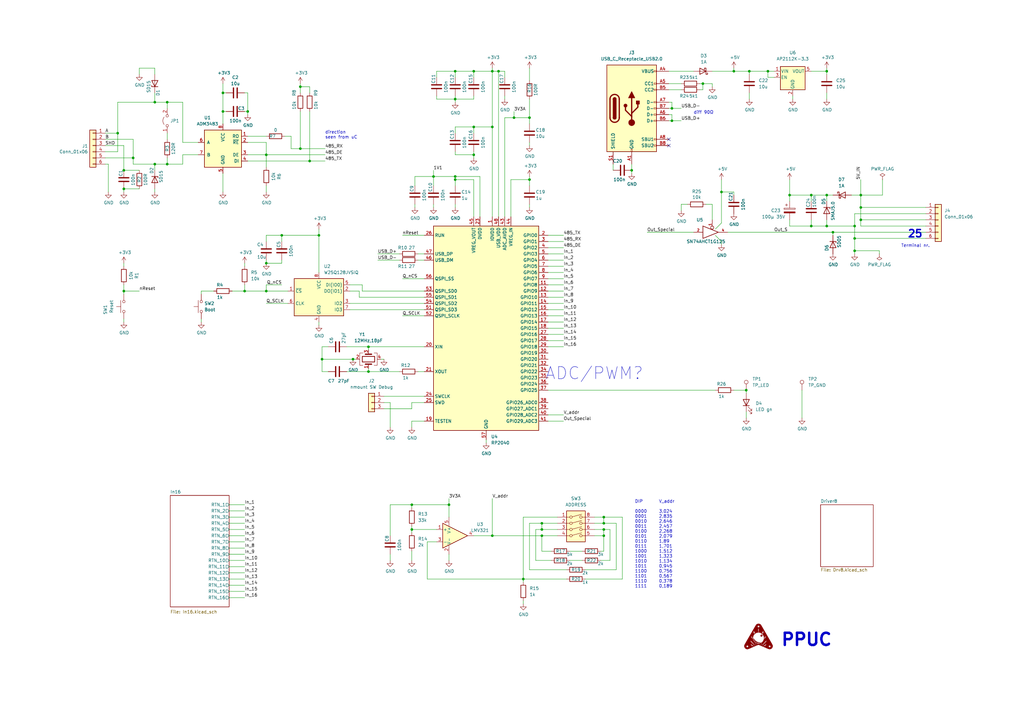
<source format=kicad_sch>
(kicad_sch (version 20211123) (generator eeschema)
  (paper "A3")
  (title_block (title "Opto_8") (date "2025-03-26") (rev "0.1.0"))
  (junction (at 247.65 219.71))
  (junction (at 184.15 207.01))
  (junction (at 201.93 52.07))
  (junction (at 186.69 72.39))
  (junction (at 210.82 48.26))
  (junction (at 130.81 96.52))
  (junction (at 306.07 160.02))
  (junction (at 194.31 29.21))
  (junction (at 115.57 96.52))
  (junction (at 204.47 29.21))
  (junction (at 109.22 119.38))
  (junction (at 341.63 95.25))
  (junction (at 177.8 72.39))
  (junction (at 275.59 49.53))
  (junction (at 168.91 217.17))
  (junction (at 323.85 80.01))
  (junction (at 350.52 92.71))
  (junction (at 50.8 119.38))
  (junction (at 214.63 237.49))
  (junction (at 247.65 217.17))
  (junction (at 100.33 119.38))
  (junction (at 48.26 54.61))
  (junction (at 123.19 60.96))
  (junction (at 132.08 147.32))
  (junction (at 109.22 63.5))
  (junction (at 63.5 41.91))
  (junction (at 50.8 69.85))
  (junction (at 222.25 219.71))
  (junction (at 194.31 63.5))
  (junction (at 54.61 64.77))
  (junction (at 339.09 92.71))
  (junction (at 353.06 85.09))
  (junction (at 186.69 29.21))
  (junction (at 247.65 212.09))
  (junction (at 275.59 44.45))
  (junction (at 186.69 40.64))
  (junction (at 123.19 35.56))
  (junction (at 201.93 219.71))
  (junction (at 144.78 147.32))
  (junction (at 332.74 80.01))
  (junction (at 194.31 52.07))
  (junction (at 222.25 214.63))
  (junction (at 350.52 97.79))
  (junction (at 217.17 48.26))
  (junction (at 332.74 92.71))
  (junction (at 168.91 207.01))
  (junction (at 314.96 29.21))
  (junction (at 109.22 107.95))
  (junction (at 91.44 38.1))
  (junction (at 217.17 73.66))
  (junction (at 307.34 29.21))
  (junction (at 127 66.04))
  (junction (at 353.06 90.17))
  (junction (at 91.44 45.72))
  (junction (at 339.09 80.01))
  (junction (at 259.08 69.85))
  (junction (at 186.69 73.66))
  (junction (at 350.52 102.87))
  (junction (at 101.6 45.72))
  (junction (at 295.91 78.74))
  (junction (at 151.13 142.24))
  (junction (at 63.5 67.31))
  (junction (at 50.8 77.47))
  (junction (at 151.13 152.4))
  (junction (at 247.65 214.63))
  (junction (at 339.09 29.21))
  (junction (at 300.99 29.21))
  (junction (at 222.25 217.17))
  (junction (at 288.29 34.29))
  (junction (at 353.06 80.01))
  (junction (at 68.58 67.31))
  (junction (at 68.58 41.91))
  (junction (at 201.93 29.21))
  (no_connect (at 274.32 59.69))
  (no_connect (at 274.32 57.15))
  (wire (pts (xy 194.31 88.9) (xy 194.31 73.66)))
  (wire (pts (xy 142.24 152.4) (xy 151.13 152.4)))
  (wire (pts (xy 54.61 64.77) (xy 54.61 67.31)))
  (wire (pts (xy 314.96 31.75) (xy 317.5 31.75)))
  (wire (pts (xy 127 35.56) (xy 127 38.1)))
  (wire (pts (xy 243.84 212.09) (xy 247.65 212.09)))
  (wire (pts (xy 217.17 83.82) (xy 217.17 85.09)))
  (wire (pts (xy 123.19 45.72) (xy 123.19 60.96)))
  (wire (pts (xy 50.8 107.95) (xy 50.8 109.22)))
  (wire (pts (xy 224.79 114.3) (xy 231.14 114.3)))
  (wire (pts (xy 186.69 62.23) (xy 186.69 63.5)))
  (wire (pts (xy 224.79 121.92) (xy 231.14 121.92)))
  (wire (pts (xy 353.06 80.01) (xy 353.06 85.09)))
  (wire (pts (xy 224.79 109.22) (xy 231.14 109.22)))
  (wire (pts (xy 63.5 77.47) (xy 63.5 78.74)))
  (wire (pts (xy 246.38 229.87) (xy 250.19 229.87)))
  (wire (pts (xy 134.62 142.24) (xy 132.08 142.24)))
  (wire (pts (xy 93.98 212.09) (xy 100.33 212.09)))
  (wire (pts (xy 93.98 224.79) (xy 100.33 224.79)))
  (wire (pts (xy 115.57 96.52) (xy 130.81 96.52)))
  (wire (pts (xy 224.79 96.52) (xy 231.14 96.52)))
  (wire (pts (xy 179.07 29.21) (xy 179.07 31.75)))
  (wire (pts (xy 246.38 226.06) (xy 247.65 226.06)))
  (wire (pts (xy 100.33 119.38) (xy 109.22 119.38)))
  (wire (pts (xy 93.98 240.03) (xy 100.33 240.03)))
  (wire (pts (xy 57.15 27.94) (xy 57.15 30.48)))
  (wire (pts (xy 123.19 35.56) (xy 123.19 38.1)))
  (wire (pts (xy 224.79 160.02) (xy 293.37 160.02)))
  (wire (pts (xy 173.99 172.72) (xy 168.91 172.72)))
  (wire (pts (xy 93.98 227.33) (xy 100.33 227.33)))
  (wire (pts (xy 274.32 29.21) (xy 284.48 29.21)))
  (wire (pts (xy 115.57 116.84) (xy 109.22 116.84)))
  (wire (pts (xy 68.58 64.77) (xy 68.58 67.31)))
  (wire (pts (xy 360.68 104.14) (xy 360.68 102.87)))
  (wire (pts (xy 82.55 119.38) (xy 87.63 119.38)))
  (wire (pts (xy 353.06 90.17) (xy 379.73 90.17)))
  (wire (pts (xy 300.99 27.94) (xy 300.99 29.21)))
  (wire (pts (xy 132.08 147.32) (xy 144.78 147.32)))
  (wire (pts (xy 224.79 142.24) (xy 231.14 142.24)))
  (wire (pts (xy 196.85 72.39) (xy 186.69 72.39)))
  (wire (pts (xy 93.98 222.25) (xy 100.33 222.25)))
  (wire (pts (xy 219.71 229.87) (xy 226.06 229.87)))
  (wire (pts (xy 306.07 168.91) (xy 306.07 171.45)))
  (wire (pts (xy 307.34 38.1) (xy 307.34 40.64)))
  (wire (pts (xy 194.31 52.07) (xy 194.31 54.61)))
  (wire (pts (xy 186.69 63.5) (xy 194.31 63.5)))
  (wire (pts (xy 228.6 217.17) (xy 222.25 217.17)))
  (wire (pts (xy 353.06 85.09) (xy 353.06 90.17)))
  (wire (pts (xy 224.79 111.76) (xy 231.14 111.76)))
  (wire (pts (xy 353.06 73.66) (xy 353.06 80.01)))
  (wire (pts (xy 274.32 36.83) (xy 279.4 36.83)))
  (wire (pts (xy 274.32 34.29) (xy 279.4 34.29)))
  (wire (pts (xy 217.17 76.2) (xy 217.17 73.66)))
  (wire (pts (xy 142.24 142.24) (xy 151.13 142.24)))
  (wire (pts (xy 323.85 73.66) (xy 323.85 80.01)))
  (wire (pts (xy 132.08 142.24) (xy 132.08 147.32)))
  (wire (pts (xy 74.93 67.31) (xy 74.93 63.5)))
  (wire (pts (xy 157.48 165.1) (xy 160.02 165.1)))
  (wire (pts (xy 109.22 63.5) (xy 133.35 63.5)))
  (wire (pts (xy 307.34 29.21) (xy 307.34 30.48)))
  (wire (pts (xy 350.52 87.63) (xy 350.52 92.71)))
  (wire (pts (xy 194.31 73.66) (xy 186.69 73.66)))
  (wire (pts (xy 93.98 234.95) (xy 100.33 234.95)))
  (wire (pts (xy 279.4 86.36) (xy 279.4 83.82)))
  (wire (pts (xy 101.6 58.42) (xy 109.22 58.42)))
  (wire (pts (xy 251.46 67.31) (xy 251.46 69.85)))
  (wire (pts (xy 341.63 96.52) (xy 341.63 95.25)))
  (wire (pts (xy 43.18 57.15) (xy 54.61 57.15)))
  (wire (pts (xy 168.91 207.01) (xy 168.91 208.28)))
  (wire (pts (xy 219.71 217.17) (xy 219.71 229.87)))
  (wire (pts (xy 274.32 49.53) (xy 275.59 49.53)))
  (wire (pts (xy 43.18 64.77) (xy 54.61 64.77)))
  (wire (pts (xy 339.09 80.01) (xy 341.63 80.01)))
  (wire (pts (xy 93.98 232.41) (xy 100.33 232.41)))
  (wire (pts (xy 295.91 78.74) (xy 295.91 91.44)))
  (wire (pts (xy 325.12 39.37) (xy 325.12 40.64)))
  (wire (pts (xy 201.93 29.21) (xy 204.47 29.21)))
  (wire (pts (xy 259.08 67.31) (xy 259.08 69.85)))
  (wire (pts (xy 339.09 38.1) (xy 339.09 40.64)))
  (wire (pts (xy 361.95 80.01) (xy 353.06 80.01)))
  (wire (pts (xy 82.55 119.38) (xy 82.55 120.65)))
  (wire (pts (xy 50.8 116.84) (xy 50.8 119.38)))
  (wire (pts (xy 224.79 139.7) (xy 231.14 139.7)))
  (wire (pts (xy 147.32 119.38) (xy 147.32 121.92)))
  (wire (pts (xy 74.93 63.5) (xy 81.28 63.5)))
  (wire (pts (xy 50.8 119.38) (xy 57.15 119.38)))
  (wire (pts (xy 201.93 29.21) (xy 201.93 52.07)))
  (wire (pts (xy 350.52 97.79) (xy 350.52 102.87)))
  (wire (pts (xy 130.81 96.52) (xy 130.81 111.76)))
  (wire (pts (xy 50.8 69.85) (xy 57.15 69.85)))
  (wire (pts (xy 177.8 72.39) (xy 177.8 76.2)))
  (wire (pts (xy 300.99 80.01) (xy 300.99 78.74)))
  (wire (pts (xy 92.71 38.1) (xy 91.44 38.1)))
  (wire (pts (xy 173.99 142.24) (xy 151.13 142.24)))
  (wire (pts (xy 157.48 167.64) (xy 168.91 167.64)))
  (wire (pts (xy 306.07 160.02) (xy 306.07 161.29)))
  (wire (pts (xy 170.18 72.39) (xy 177.8 72.39)))
  (wire (pts (xy 186.69 29.21) (xy 186.69 31.75)))
  (wire (pts (xy 252.73 214.63) (xy 247.65 214.63)))
  (wire (pts (xy 339.09 82.55) (xy 339.09 80.01)))
  (wire (pts (xy 217.17 40.64) (xy 217.17 48.26)))
  (wire (pts (xy 186.69 29.21) (xy 194.31 29.21)))
  (wire (pts (xy 93.98 209.55) (xy 100.33 209.55)))
  (wire (pts (xy 295.91 99.06) (xy 295.91 100.33)))
  (wire (pts (xy 222.25 214.63) (xy 217.17 214.63)))
  (wire (pts (xy 48.26 41.91) (xy 48.26 54.61)))
  (wire (pts (xy 154.94 104.14) (xy 163.83 104.14)))
  (wire (pts (xy 184.15 207.01) (xy 184.15 212.09)))
  (wire (pts (xy 224.79 134.62) (xy 231.14 134.62)))
  (wire (pts (xy 360.68 102.87) (xy 350.52 102.87)))
  (wire (pts (xy 48.26 41.91) (xy 63.5 41.91)))
  (wire (pts (xy 207.01 48.26) (xy 207.01 88.9)))
  (wire (pts (xy 48.26 54.61) (xy 43.18 54.61)))
  (wire (pts (xy 323.85 92.71) (xy 332.74 92.71)))
  (wire (pts (xy 353.06 90.17) (xy 353.06 92.71)))
  (wire (pts (xy 332.74 29.21) (xy 339.09 29.21)))
  (wire (pts (xy 63.5 41.91) (xy 68.58 41.91)))
  (wire (pts (xy 194.31 39.37) (xy 194.31 40.64)))
  (wire (pts (xy 157.48 162.56) (xy 173.99 162.56)))
  (wire (pts (xy 204.47 29.21) (xy 207.01 29.21)))
  (wire (pts (xy 222.25 226.06) (xy 226.06 226.06)))
  (wire (pts (xy 332.74 82.55) (xy 332.74 80.01)))
  (wire (pts (xy 68.58 41.91) (xy 74.93 41.91)))
  (wire (pts (xy 217.17 58.42) (xy 217.17 59.69)))
  (wire (pts (xy 101.6 45.72) (xy 101.6 46.99)))
  (wire (pts (xy 74.93 41.91) (xy 74.93 58.42)))
  (wire (pts (xy 233.68 229.87) (xy 238.76 229.87)))
  (wire (pts (xy 288.29 34.29) (xy 292.1 34.29)))
  (wire (pts (xy 240.03 237.49) (xy 255.27 237.49)))
  (wire (pts (xy 54.61 57.15) (xy 54.61 64.77)))
  (wire (pts (xy 275.59 41.91) (xy 275.59 44.45)))
  (wire (pts (xy 314.96 29.21) (xy 317.5 29.21)))
  (wire (pts (xy 186.69 72.39) (xy 177.8 72.39)))
  (wire (pts (xy 50.8 77.47) (xy 50.8 78.74)))
  (wire (pts (xy 293.37 93.98) (xy 295.91 91.44)))
  (wire (pts (xy 171.45 104.14) (xy 173.99 104.14)))
  (wire (pts (xy 175.26 222.25) (xy 179.07 222.25)))
  (wire (pts (xy 379.73 97.79) (xy 350.52 97.79)))
  (wire (pts (xy 339.09 92.71) (xy 332.74 92.71)))
  (wire (pts (xy 194.31 62.23) (xy 194.31 63.5)))
  (wire (pts (xy 171.45 152.4) (xy 173.99 152.4)))
  (wire (pts (xy 194.31 63.5) (xy 194.31 64.77)))
  (wire (pts (xy 101.6 63.5) (xy 109.22 63.5)))
  (wire (pts (xy 228.6 214.63) (xy 222.25 214.63)))
  (wire (pts (xy 228.6 219.71) (xy 222.25 219.71)))
  (wire (pts (xy 224.79 99.06) (xy 231.14 99.06)))
  (wire (pts (xy 207.01 48.26) (xy 210.82 48.26)))
  (wire (pts (xy 44.45 67.31) (xy 44.45 78.74)))
  (wire (pts (xy 350.52 92.71) (xy 339.09 92.71)))
  (wire (pts (xy 168.91 165.1) (xy 173.99 165.1)))
  (wire (pts (xy 287.02 34.29) (xy 288.29 34.29)))
  (wire (pts (xy 339.09 90.17) (xy 339.09 92.71)))
  (wire (pts (xy 217.17 214.63) (xy 217.17 233.68)))
  (wire (pts (xy 361.95 73.66) (xy 361.95 80.01)))
  (wire (pts (xy 68.58 67.31) (xy 74.93 67.31)))
  (wire (pts (xy 95.25 119.38) (xy 100.33 119.38)))
  (wire (pts (xy 300.99 29.21) (xy 307.34 29.21)))
  (wire (pts (xy 224.79 106.68) (xy 231.14 106.68)))
  (wire (pts (xy 217.17 48.26) (xy 217.17 50.8)))
  (wire (pts (xy 300.99 78.74) (xy 295.91 78.74)))
  (wire (pts (xy 48.26 62.23) (xy 48.26 54.61)))
  (wire (pts (xy 179.07 39.37) (xy 179.07 40.64)))
  (wire (pts (xy 154.94 106.68) (xy 163.83 106.68)))
  (wire (pts (xy 255.27 237.49) (xy 255.27 212.09)))
  (wire (pts (xy 274.32 46.99) (xy 275.59 46.99)))
  (wire (pts (xy 148.59 116.84) (xy 148.59 119.38)))
  (wire (pts (xy 91.44 38.1) (xy 91.44 45.72)))
  (wire (pts (xy 332.74 92.71) (xy 332.74 90.17)))
  (wire (pts (xy 171.45 106.68) (xy 173.99 106.68)))
  (wire (pts (xy 247.65 226.06) (xy 247.65 219.71)))
  (wire (pts (xy 288.29 34.29) (xy 288.29 36.83)))
  (wire (pts (xy 109.22 124.46) (xy 118.11 124.46)))
  (wire (pts (xy 109.22 99.06) (xy 109.22 96.52)))
  (wire (pts (xy 151.13 152.4) (xy 163.83 152.4)))
  (wire (pts (xy 168.91 215.9) (xy 168.91 217.17)))
  (wire (pts (xy 214.63 237.49) (xy 214.63 238.76)))
  (wire (pts (xy 165.1 96.52) (xy 173.99 96.52)))
  (wire (pts (xy 168.91 167.64) (xy 168.91 165.1)))
  (wire (pts (xy 63.5 30.48) (xy 63.5 27.94)))
  (wire (pts (xy 323.85 80.01) (xy 332.74 80.01)))
  (wire (pts (xy 339.09 29.21) (xy 339.09 30.48)))
  (wire (pts (xy 68.58 41.91) (xy 68.58 44.45)))
  (wire (pts (xy 186.69 52.07) (xy 186.69 54.61)))
  (wire (pts (xy 132.08 152.4) (xy 134.62 152.4)))
  (wire (pts (xy 194.31 29.21) (xy 201.93 29.21)))
  (wire (pts (xy 379.73 87.63) (xy 350.52 87.63)))
  (wire (pts (xy 233.68 226.06) (xy 238.76 226.06)))
  (wire (pts (xy 247.65 217.17) (xy 247.65 219.71)))
  (wire (pts (xy 101.6 55.88) (xy 109.22 55.88)))
  (wire (pts (xy 57.15 77.47) (xy 50.8 77.47)))
  (wire (pts (xy 165.1 114.3) (xy 173.99 114.3)))
  (wire (pts (xy 307.34 29.21) (xy 314.96 29.21)))
  (wire (pts (xy 210.82 45.72) (xy 210.82 48.26)))
  (wire (pts (xy 170.18 83.82) (xy 170.18 85.09)))
  (wire (pts (xy 199.39 180.34) (xy 199.39 181.61)))
  (wire (pts (xy 214.63 212.09) (xy 214.63 237.49)))
  (wire (pts (xy 201.93 219.71) (xy 222.25 219.71)))
  (wire (pts (xy 250.19 217.17) (xy 247.65 217.17)))
  (wire (pts (xy 224.79 104.14) (xy 231.14 104.14)))
  (wire (pts (xy 109.22 63.5) (xy 109.22 58.42)))
  (wire (pts (xy 93.98 245.11) (xy 100.33 245.11)))
  (wire (pts (xy 350.52 102.87) (xy 350.52 104.14)))
  (wire (pts (xy 43.18 67.31) (xy 44.45 67.31)))
  (wire (pts (xy 332.74 80.01) (xy 339.09 80.01)))
  (wire (pts (xy 279.4 83.82) (xy 281.94 83.82)))
  (wire (pts (xy 214.63 246.38) (xy 214.63 247.65)))
  (wire (pts (xy 292.1 34.29) (xy 292.1 35.56)))
  (wire (pts (xy 168.91 217.17) (xy 168.91 218.44)))
  (wire (pts (xy 265.43 95.25) (xy 284.48 95.25)))
  (wire (pts (xy 50.8 119.38) (xy 50.8 120.65)))
  (wire (pts (xy 259.08 69.85) (xy 259.08 71.12)))
  (wire (pts (xy 222.25 217.17) (xy 219.71 217.17)))
  (wire (pts (xy 123.19 60.96) (xy 133.35 60.96)))
  (wire (pts (xy 93.98 219.71) (xy 100.33 219.71)))
  (wire (pts (xy 50.8 59.69) (xy 50.8 69.85)))
  (wire (pts (xy 349.25 80.01) (xy 353.06 80.01)))
  (wire (pts (xy 274.32 44.45) (xy 275.59 44.45)))
  (wire (pts (xy 100.33 116.84) (xy 100.33 119.38)))
  (wire (pts (xy 116.84 55.88) (xy 119.38 55.88)))
  (wire (pts (xy 224.79 127) (xy 231.14 127)))
  (wire (pts (xy 93.98 207.01) (xy 100.33 207.01)))
  (wire (pts (xy 224.79 170.18) (xy 231.14 170.18)))
  (wire (pts (xy 292.1 29.21) (xy 300.99 29.21)))
  (wire (pts (xy 289.56 83.82) (xy 292.1 83.82)))
  (wire (pts (xy 74.93 58.42) (xy 81.28 58.42)))
  (wire (pts (xy 63.5 27.94) (xy 57.15 27.94)))
  (wire (pts (xy 228.6 212.09) (xy 214.63 212.09)))
  (wire (pts (xy 194.31 29.21) (xy 194.31 31.75)))
  (wire (pts (xy 109.22 96.52) (xy 115.57 96.52)))
  (wire (pts (xy 165.1 129.54) (xy 173.99 129.54)))
  (wire (pts (xy 194.31 52.07) (xy 201.93 52.07)))
  (wire (pts (xy 143.51 119.38) (xy 147.32 119.38)))
  (wire (pts (xy 132.08 147.32) (xy 132.08 152.4)))
  (wire (pts (xy 127 45.72) (xy 127 66.04)))
  (wire (pts (xy 323.85 82.55) (xy 323.85 80.01)))
  (wire (pts (xy 247.65 219.71) (xy 243.84 219.71)))
  (wire (pts (xy 54.61 67.31) (xy 63.5 67.31)))
  (wire (pts (xy 119.38 55.88) (xy 119.38 60.96)))
  (wire (pts (xy 240.03 233.68) (xy 252.73 233.68)))
  (wire (pts (xy 148.59 119.38) (xy 173.99 119.38)))
  (wire (pts (xy 224.79 129.54) (xy 231.14 129.54)))
  (wire (pts (xy 252.73 233.68) (xy 252.73 214.63)))
  (wire (pts (xy 275.59 44.45) (xy 279.4 44.45)))
  (wire (pts (xy 82.55 130.81) (xy 82.55 132.08)))
  (wire (pts (xy 151.13 151.13) (xy 151.13 152.4)))
  (wire (pts (xy 184.15 227.33) (xy 184.15 229.87)))
  (wire (pts (xy 93.98 229.87) (xy 100.33 229.87)))
  (wire (pts (xy 92.71 45.72) (xy 91.44 45.72)))
  (wire (pts (xy 100.33 38.1) (xy 101.6 38.1)))
  (wire (pts (xy 292.1 83.82) (xy 292.1 90.17)))
  (wire (pts (xy 186.69 40.64) (xy 186.69 41.91)))
  (wire (pts (xy 207.01 39.37) (xy 207.01 40.64)))
  (wire (pts (xy 179.07 29.21) (xy 186.69 29.21)))
  (wire (pts (xy 186.69 40.64) (xy 194.31 40.64)))
  (wire (pts (xy 207.01 31.75) (xy 207.01 29.21)))
  (wire (pts (xy 68.58 54.61) (xy 68.58 57.15)))
  (wire (pts (xy 339.09 27.94) (xy 339.09 29.21)))
  (wire (pts (xy 224.79 132.08) (xy 231.14 132.08)))
  (wire (pts (xy 287.02 36.83) (xy 288.29 36.83)))
  (wire (pts (xy 160.02 207.01) (xy 168.91 207.01)))
  (wire (pts (xy 224.79 124.46) (xy 231.14 124.46)))
  (wire (pts (xy 293.37 96.52) (xy 295.91 99.06)))
  (wire (pts (xy 214.63 237.49) (xy 232.41 237.49)))
  (wire (pts (xy 143.51 127) (xy 173.99 127)))
  (wire (pts (xy 91.44 71.12) (xy 91.44 78.74)))
  (wire (pts (xy 210.82 48.26) (xy 217.17 48.26)))
  (wire (pts (xy 168.91 172.72) (xy 168.91 175.26)))
  (wire (pts (xy 204.47 29.21) (xy 204.47 88.9)))
  (wire (pts (xy 168.91 226.06) (xy 168.91 229.87)))
  (wire (pts (xy 109.22 119.38) (xy 118.11 119.38)))
  (wire (pts (xy 209.55 88.9) (xy 209.55 73.66)))
  (wire (pts (xy 119.38 60.96) (xy 123.19 60.96)))
  (wire (pts (xy 160.02 207.01) (xy 160.02 219.71)))
  (wire (pts (xy 224.79 116.84) (xy 231.14 116.84)))
  (wire (pts (xy 91.44 45.72) (xy 91.44 50.8)))
  (wire (pts (xy 186.69 72.39) (xy 186.69 73.66)))
  (wire (pts (xy 177.8 69.85) (xy 177.8 72.39)))
  (wire (pts (xy 201.93 27.94) (xy 201.93 29.21)))
  (wire (pts (xy 91.44 34.29) (xy 91.44 38.1)))
  (wire (pts (xy 170.18 76.2) (xy 170.18 72.39)))
  (wire (pts (xy 341.63 95.25) (xy 379.73 95.25)))
  (wire (pts (xy 247.65 214.63) (xy 243.84 214.63)))
  (wire (pts (xy 115.57 106.68) (xy 115.57 107.95)))
  (wire (pts (xy 100.33 45.72) (xy 101.6 45.72)))
  (wire (pts (xy 201.93 52.07) (xy 201.93 88.9)))
  (wire (pts (xy 224.79 172.72) (xy 231.14 172.72)))
  (wire (pts (xy 353.06 85.09) (xy 379.73 85.09)))
  (wire (pts (xy 100.33 107.95) (xy 100.33 109.22)))
  (wire (pts (xy 130.81 93.98) (xy 130.81 96.52)))
  (wire (pts (xy 217.17 233.68) (xy 232.41 233.68)))
  (wire (pts (xy 186.69 83.82) (xy 186.69 85.09)))
  (wire (pts (xy 247.65 217.17) (xy 243.84 217.17)))
  (wire (pts (xy 101.6 66.04) (xy 127 66.04)))
  (wire (pts (xy 127 66.04) (xy 133.35 66.04)))
  (wire (pts (xy 179.07 40.64) (xy 186.69 40.64)))
  (wire (pts (xy 196.85 88.9) (xy 196.85 72.39)))
  (wire (pts (xy 350.52 92.71) (xy 350.52 97.79)))
  (wire (pts (xy 224.79 119.38) (xy 231.14 119.38)))
  (wire (pts (xy 109.22 63.5) (xy 109.22 68.58)))
  (wire (pts (xy 186.69 39.37) (xy 186.69 40.64)))
  (wire (pts (xy 143.51 124.46) (xy 173.99 124.46)))
  (wire (pts (xy 156.21 147.32) (xy 157.48 147.32)))
  (wire (pts (xy 175.26 237.49) (xy 175.26 222.25)))
  (wire (pts (xy 186.69 73.66) (xy 186.69 76.2)))
  (wire (pts (xy 314.96 29.21) (xy 314.96 31.75)))
  (wire (pts (xy 123.19 35.56) (xy 127 35.56)))
  (wire (pts (xy 93.98 214.63) (xy 100.33 214.63)))
  (wire (pts (xy 217.17 27.94) (xy 217.17 33.02)))
  (wire (pts (xy 247.65 212.09) (xy 255.27 212.09)))
  (wire (pts (xy 328.93 160.02) (xy 328.93 171.45)))
  (wire (pts (xy 143.51 116.84) (xy 148.59 116.84)))
  (wire (pts (xy 209.55 73.66) (xy 217.17 73.66)))
  (wire (pts (xy 151.13 142.24) (xy 151.13 143.51)))
  (wire (pts (xy 63.5 38.1) (xy 63.5 41.91)))
  (wire (pts (xy 250.19 229.87) (xy 250.19 217.17)))
  (wire (pts (xy 50.8 59.69) (xy 43.18 59.69)))
  (wire (pts (xy 323.85 90.17) (xy 323.85 92.71)))
  (wire (pts (xy 224.79 101.6) (xy 231.14 101.6)))
  (wire (pts (xy 274.32 41.91) (xy 275.59 41.91)))
  (wire (pts (xy 295.91 73.66) (xy 295.91 78.74)))
  (wire (pts (xy 101.6 38.1) (xy 101.6 45.72)))
  (wire (pts (xy 224.79 137.16) (xy 231.14 137.16)))
  (wire (pts (xy 222.25 219.71) (xy 222.25 226.06)))
  (wire (pts (xy 43.18 62.23) (xy 48.26 62.23)))
  (wire (pts (xy 214.63 237.49) (xy 175.26 237.49)))
  (wire (pts (xy 109.22 106.68) (xy 109.22 107.95)))
  (wire (pts (xy 184.15 207.01) (xy 168.91 207.01)))
  (wire (pts (xy 184.15 204.47) (xy 184.15 207.01)))
  (wire (pts (xy 130.81 132.08) (xy 130.81 133.35)))
  (wire (pts (xy 201.93 219.71) (xy 194.31 219.71)))
  (wire (pts (xy 298.45 95.25) (xy 341.63 95.25)))
  (wire (pts (xy 177.8 83.82) (xy 177.8 85.09)))
  (wire (pts (xy 144.78 147.32) (xy 146.05 147.32)))
  (wire (pts (xy 93.98 237.49) (xy 100.33 237.49)))
  (wire (pts (xy 160.02 165.1) (xy 160.02 175.26)))
  (wire (pts (xy 247.65 212.09) (xy 247.65 214.63)))
  (wire (pts (xy 186.69 52.07) (xy 194.31 52.07)))
  (wire (pts (xy 168.91 217.17) (xy 179.07 217.17)))
  (wire (pts (xy 217.17 72.39) (xy 217.17 73.66)))
  (wire (pts (xy 275.59 49.53) (xy 279.4 49.53)))
  (wire (pts (xy 222.25 214.63) (xy 222.25 217.17)))
  (wire (pts (xy 160.02 227.33) (xy 160.02 229.87)))
  (wire (pts (xy 201.93 204.47) (xy 201.93 219.71)))
  (wire (pts (xy 93.98 242.57) (xy 100.33 242.57)))
  (wire (pts (xy 63.5 69.85) (xy 63.5 67.31)))
  (wire (pts (xy 115.57 107.95) (xy 109.22 107.95)))
  (wire (pts (xy 123.19 34.29) (xy 123.19 35.56)))
  (wire (pts (xy 353.06 92.71) (xy 379.73 92.71)))
  (wire (pts (xy 300.99 160.02) (xy 306.07 160.02)))
  (wire (pts (xy 147.32 121.92) (xy 173.99 121.92)))
  (wire (pts (xy 50.8 130.81) (xy 50.8 132.08)))
  (wire (pts (xy 115.57 96.52) (xy 115.57 99.06)))
  (wire (pts (xy 275.59 46.99) (xy 275.59 49.53)))
  (wire (pts (xy 93.98 217.17) (xy 100.33 217.17)))
  (wire (pts (xy 109.22 76.2) (xy 109.22 78.74)))
  (wire (pts (xy 109.22 116.84) (xy 109.22 119.38)))
  (wire (pts (xy 63.5 67.31) (xy 68.58 67.31)))
  (text "DIP 	V_addr\n\n0000	3,024\n0001	2,835\n0010	2,646\n0011	2,457\n0100	2,268\n0101	2,079\n0110	1,89\n0111	1,701\n1000	1,512\n1001	1,323\n1010	1,134\n1011	0,945\n1100	0,756\n1101	0,567\n1110	0,378\n1111	0,189\n" (at 260.35 241.3 0) (effects (font (size 1.27 1.27)) (justify left bottom)))
  (text "diff 90Ω" (at 284.48 46.99 0) (effects (font (size 1.27 1.27)) (justify left bottom)))
  (text "ADC/PWM?" (at 223.52 156.21 0) (effects (font (size 5 5)) (justify left bottom)))
  (text "Terminal nr." (at 369.57 101.6 0) (effects (font (size 1.27 1.27)) (justify left bottom)))
  (text "direction\nseen from uC" (at 133.35 57.15 0) (effects (font (size 1.27 1.27)) (justify left bottom)))
  (text "25" (at 372.11 97.79 0) (effects (font (size 3 3) (thickness 0.6) bold) (justify left bottom)))
  (text "PPUC" (at 320.04 265.43 0) (effects (font (size 5 5) bold) (justify left bottom)))
  (label "In_15" (at 231.14 139.7 0))
  (label "In_16" (at 231.14 142.24 0))
  (label "In_12" (at 100.33 234.95 0))
  (label "Q_SCLK" (at 109.22 124.46 0))
  (label "nReset" (at 57.15 119.38 0))
  (label "In_10" (at 100.33 229.87 0))
  (label "In_2" (at 231.14 106.68 0))
  (label "SHD" (at 43.18 59.69 0))
  (label "V_addr" (at 201.93 204.47 0))
  (label "In_6" (at 231.14 116.84 0))
  (label "In_5" (at 100.33 217.17 0))
  (label "In_13" (at 100.33 237.49 0))
  (label "In_8" (at 100.33 224.79 0))
  (label "USB_D+" (at 154.94 104.14 0))
  (label "In_4" (at 100.33 214.63 0))
  (label "A" (at 43.18 54.61 0))
  (label "In_1" (at 231.14 104.14 0))
  (label "Q_nCS" (at 115.57 116.84 180))
  (label "In_9" (at 100.33 227.33 0))
  (label "USB_D-" (at 154.94 106.68 0))
  (label "Q_nCS" (at 165.1 114.3 0))
  (label "In_11" (at 100.33 232.41 0))
  (label "Out_S" (at 317.5 95.25 0))
  (label "In_10" (at 231.14 127 0))
  (label "In_9" (at 231.14 124.46 0))
  (label "In_6" (at 100.33 219.71 0))
  (label "485_DE" (at 231.14 101.6 0))
  (label "In_14" (at 100.33 240.03 0))
  (label "In_16" (at 100.33 245.11 0))
  (label "USB_D-" (at 279.4 44.45 0))
  (label "In_3" (at 231.14 109.22 0))
  (label "In_12" (at 231.14 132.08 0))
  (label "485_TX" (at 231.14 96.52 0))
  (label "In_4" (at 231.14 111.76 0))
  (label "485_RX" (at 133.35 60.96 0))
  (label "3V3A" (at 210.82 45.72 0))
  (label "In_15" (at 100.33 242.57 0))
  (label "1V1" (at 177.8 69.85 0))
  (label "In_3" (at 100.33 212.09 0))
  (label "In_1" (at 100.33 207.01 0))
  (label "5V_IN" (at 353.06 73.66 90))
  (label "In_13" (at 231.14 134.62 0))
  (label "485_DE" (at 133.35 63.5 0))
  (label "In_7" (at 231.14 119.38 0))
  (label "In_14" (at 231.14 137.16 0))
  (label "In_5" (at 231.14 114.3 0))
  (label "Out_Special" (at 265.43 95.25 0))
  (label "USB_D+" (at 279.4 49.53 0))
  (label "In_2" (at 100.33 209.55 0))
  (label "In_7" (at 100.33 222.25 0))
  (label "In_11" (at 231.14 129.54 0))
  (label "485_RX" (at 231.14 99.06 0))
  (label "nReset" (at 165.1 96.52 0))
  (label "Out_Special" (at 231.14 172.72 0))
  (label "3V3A" (at 184.15 204.47 0))
  (label "Q_SCLK" (at 165.1 129.54 0))
  (label "V_addr" (at 231.14 170.18 0))
  (label "In_8" (at 231.14 121.92 0))
  (label "B" (at 43.18 57.15 0))
  (label "485_TX" (at 133.35 66.04 0))
  (symbol (lib_id "power:GND") (at 57.15 30.48 0) (unit 1)
    (property "Reference" "#PWR05" (effects hide))
    (property "Value" "GND" (at 57.277 34.8742 0))
  )
  (symbol (lib_id "power:GND") (at 177.8 85.09 0) (unit 1)
    (property "Reference" "#PWR024" (effects hide))
    (property "Value" "GND" (at 177.927 89.4842 0))
  )
  (symbol (lib_id "Connector_Generic:Conn_01x03") (at 152.4 165.1 0) (mirror y) (unit 1) (in_bom no)
    (property "Reference" "J2" (at 152.4 156.21 0))
    (property "Value" "nmount SW Debug" (at 152.4 158.75 0))
    (property "Footprint" "Connector_PinSocket_2.54mm:PinSocket_1x03_P2.54mm_Vertical" (effects hide))
  )
  (symbol (lib_id "Device:R") (at 283.21 34.29 90) (unit 1)
    (property "Reference" "R23" (at 280.67 31.75 90))
    (property "Value" "5k1" (at 284.48 31.75 90))
    (property "Footprint" "Resistor_SMD:R_0603_1608Metric" (effects hide))
  )
  (symbol (lib_id "Device:C") (at 339.09 34.29 0) (unit 1)
    (property "Reference" "C25" (at 342.9 33.0199 0) (effects (justify left)))
    (property "Value" "10u" (at 342.9 35.5599 0) (effects (justify left)))
    (property "Footprint" "Capacitor_SMD:C_0603_1608Metric" (effects hide))
  )
  (symbol (lib_id "power:GND") (at 160.02 229.87 0) (unit 1)
    (property "Reference" "#PWR020" (effects hide))
    (property "Value" "GND" (at 160.147 234.2642 0))
  )
  (symbol (lib_id "Device:C") (at 300.99 83.82 0) (unit 1)
    (property "Reference" "C21" (at 299.72 82.55 90) (effects (justify left)))
    (property "Value" "100n" (at 304.8 86.36 90) (effects (justify left)))
    (property "Footprint" "Capacitor_SMD:C_0402_1005Metric" (effects hide))
  )
  (symbol (lib_id "power:GND") (at 217.17 85.09 0) (unit 1)
    (property "Reference" "#PWR036" (effects hide))
    (property "Value" "GND" (at 217.297 89.4842 0))
  )
  (symbol (lib_id "Device:R") (at 297.18 160.02 90) (unit 1)
    (property "Reference" "R26" (at 295.91 157.48 90))
    (property "Value" "1k" (at 295.91 162.56 90))
    (property "Footprint" "Resistor_SMD:R_0402_1005Metric" (effects hide))
  )
  (symbol (lib_id "Device:D_Zener") (at 339.09 86.36 270) (unit 1)
    (property "Reference" "D5" (at 337.82 81.28 0) (effects (justify left)))
    (property "Value" "SMAJ5.0" (at 341.63 82.55 0) (effects (justify left)))
    (property "Footprint" "Diode_SMD:D_SMA" (effects hide))
  )
  (symbol (lib_id "Device:R") (at 123.19 41.91 0) (unit 1)
    (property "Reference" "R8" (at 120.65 38.1 90))
    (property "Value" "10k" (at 120.65 43.18 90))
    (property "Footprint" "Resistor_SMD:R_0603_1608Metric" (effects hide))
  )
  (symbol (lib_id "Device:D_Zener") (at 63.5 34.29 90) (unit 1)
    (property "Reference" "D1" (at 64.77 39.37 0) (effects (justify left)))
    (property "Value" "SD15" (at 60.96 38.1 0) (effects (justify left)))
    (property "Footprint" "Diode_SMD:D_SOD-323" (effects hide))
  )
  (symbol (lib_id "Device:C") (at 138.43 152.4 90) (unit 1)
    (property "Reference" "C7" (at 135.89 156.21 90))
    (property "Value" "27pF" (at 140.97 156.21 90))
    (property "Footprint" "Capacitor_SMD:C_0402_1005Metric" (effects hide))
  )
  (symbol (lib_id "power:+3V3") (at 201.93 27.94 0) (unit 1)
    (property "Reference" "#PWR030" (effects hide))
    (property "Value" "+3V3" (at 202.311 23.5458 0))
  )
  (symbol (lib_id "power:GND") (at 328.93 171.45 0) (unit 1)
    (property "Reference" "#PWR048" (effects hide))
    (property "Value" "GND" (at 329.057 175.8442 0))
  )
  (symbol (lib_id "Jumper:Jumper_2_Open") (at 68.58 49.53 90) (unit 1)
    (property "Reference" "JP1" (at 69.85 49.5299 90) (effects (justify right)))
    (property "Value" "Jumper_2_Open" (effects hide))
    (property "Footprint" "Connector_PinHeader_2.54mm:PinHeader_1x02_P2.54mm_Vertical" (effects hide))
  )
  (symbol (lib_id "power:GND") (at 44.45 78.74 0) (unit 1)
    (property "Reference" "#PWR01" (effects hide))
    (property "Value" "GND" (at 44.577 83.1342 0))
  )
  (symbol (lib_id "power:+3V3") (at 91.44 34.29 0) (unit 1)
    (property "Reference" "#PWR08" (effects hide))
    (property "Value" "+3V3" (at 91.821 29.8958 0))
  )
  (symbol (lib_id "Device:D_Schottky") (at 345.44 80.01 0) (unit 1)
    (property "Reference" "D7" (at 345.1225 73.66 0))
    (property "Value" "1A" (at 345.1225 76.2 0))
    (property "Footprint" "Diode_SMD:D_SOD-323" (effects hide))
  )
  (symbol (lib_id "power:+3V3") (at 100.33 107.95 0) (unit 1)
    (property "Reference" "#PWR010" (effects hide))
    (property "Value" "+3V3" (at 100.711 103.5558 0))
  )
  (symbol (lib_id "power:GND") (at 144.78 147.32 0) (unit 1)
    (property "Reference" "#PWR017" (effects hide))
    (property "Value" "GND" (at 144.907 151.7142 0))
  )
  (symbol (lib_id "Device:D_Zener") (at 341.63 100.33 270) (unit 1)
    (property "Reference" "D6" (at 339.09 100.33 0) (effects (justify left)))
    (property "Value" "SD05" (at 344.17 96.52 0) (effects (justify left)))
    (property "Footprint" "Diode_SMD:D_SOD-323" (effects hide))
  )
  (symbol (lib_id "power:GND") (at 168.91 229.87 0) (unit 1)
    (property "Reference" "#PWR022" (effects hide))
    (property "Value" "GND" (at 169.037 234.2642 0))
  )
  (symbol (lib_id "power:GND") (at 194.31 64.77 0) (unit 1)
    (property "Reference" "#PWR028" (effects hide))
    (property "Value" "GND" (at 194.437 69.1642 0))
  )
  (symbol (lib_id "Device:R") (at 236.22 233.68 90) (unit 1)
    (property "Reference" "R19" (at 236.22 233.68 90))
    (property "Value" "2k" (at 240.03 234.95 90))
    (property "Footprint" "Resistor_SMD:R_0603_1608Metric" (effects hide))
  )
  (symbol (lib_id "power:+5V") (at 300.99 27.94 0) (unit 1)
    (property "Reference" "#PWR042" (effects hide))
    (property "Value" "+5V" (at 301.371 23.5458 0))
  )
  (symbol (lib_id "Device:R") (at 167.64 152.4 90) (unit 1)
    (property "Reference" "R12" (at 166.37 149.86 90))
    (property "Value" "1k" (at 166.37 154.94 90))
    (property "Footprint" "Resistor_SMD:R_0402_1005Metric" (effects hide))
  )
  (symbol (lib_id "Device:C") (at 186.69 58.42 0) (unit 1)
    (property "Reference" "C13" (at 185.42 57.15 90) (effects (justify left)))
    (property "Value" "100n" (at 190.5 60.96 90) (effects (justify left)))
    (property "Footprint" "Capacitor_SMD:C_0402_1005Metric" (effects hide))
  )
  (symbol (lib_id "power:GND") (at 306.07 171.45 0) (unit 1)
    (property "Reference" "#PWR044" (effects hide))
    (property "Value" "GND" (at 306.197 175.8442 0))
  )
  (symbol (lib_id "Device:R") (at 217.17 36.83 0) (unit 1)
    (property "Reference" "R16" (at 217.17 38.1 90) (effects (justify left)))
    (property "Value" "100R" (at 219.71 39.37 90) (effects (justify left)))
    (property "Footprint" "Resistor_SMD:R_0603_1608Metric" (effects hide))
  )
  (symbol (lib_id "power:GND") (at 50.8 78.74 0) (unit 1)
    (property "Reference" "#PWR02" (effects hide))
    (property "Value" "GND" (at 50.927 83.1342 0))
  )
  (symbol (lib_id "Device:C") (at 160.02 223.52 0) (unit 1)
    (property "Reference" "C8" (at 158.75 222.25 90) (effects (justify left)))
    (property "Value" "100n" (at 163.83 226.06 90) (effects (justify left)))
    (property "Footprint" "Capacitor_SMD:C_0402_1005Metric" (effects hide))
  )
  (symbol (lib_id "Connector_Generic:Conn_01x06") (at 38.1 59.69 0) (mirror y) (unit 1)
    (property "Reference" "J1" (at 36.068 59.8932 0) (effects (justify left)))
    (property "Value" "Conn_01x06" (at 36.068 62.2046 0) (effects (justify left)))
    (property "Footprint" "Out_8x10:Terminal_Block_RTMPin" (effects hide))
  )
  (symbol (lib_id "Device:Crystal_GND24") (at 151.13 147.32 90) (unit 1)
    (property "Reference" "Y1" (at 148.59 137.16 90))
    (property "Value" "12MHz,18pF" (at 151.13 139.7 90))
    (property "Footprint" "Crystal:Crystal_SMD_3225-4Pin_3.2x2.5mm" (effects hide))
  )
  (symbol (lib_id "Connector:USB_C_Receptacle_USB2.0") (at 259.08 44.45 0) (unit 1)
    (property "Reference" "J3" (at 259.08 21.59 0))
    (property "Value" "USB_C_Receptacle_USB2.0" (at 259.08 24.13 0))
    (property "Footprint" "Connector_USB:USB_C_Receptacle_XKB_U262-16XN-4BVC11" (effects hide))
    (property "Datasheet" "https://www.usb.org/sites/default/files/documents/usb_type-c.zip" (effects hide))
    (property "Note" "check D+/D- in layout regarding flipped connection" (effects hide))
  )
  (symbol (lib_id "power:GND") (at 350.52 104.14 0) (unit 1)
    (property "Reference" "#PWR052" (effects hide))
    (property "Value" "GND" (at 350.647 108.5342 0))
  )
  (symbol (lib_id "Interface_UART:SP3485EN") (at 91.44 60.96 0) (mirror y) (unit 1)
    (property "Reference" "U1" (at 85.09 48.26 0))
    (property "Value" "ADM3483" (at 85.09 50.8 0))
    (property "Footprint" "Package_SO:SOIC-8_3.9x4.9mm_P1.27mm" (effects hide))
    (property "Datasheet" "http://www.icbase.com/pdf/SPX/SPX00480106.pdf" (effects hide))
  )
  (symbol (lib_id "power:GND") (at 341.63 104.14 0) (unit 1)
    (property "Reference" "#PWR051" (effects hide))
    (property "Value" "GND" (at 341.757 108.5342 0))
  )
  (symbol (lib_id "Device:R") (at 168.91 222.25 0) (unit 1)
    (property "Reference" "R14" (at 171.45 220.9799 0) (effects (justify left)))
    (property "Value" "2k" (at 171.45 223.5199 0) (effects (justify left)))
    (property "Footprint" "Resistor_SMD:R_0603_1608Metric" (effects hide))
  )
  (symbol (lib_id "power:GND") (at 259.08 71.12 0) (unit 1)
    (property "Reference" "#PWR037" (effects hide))
    (property "Value" "GND" (at 259.207 75.5142 0))
  )
  (symbol (lib_id "power:GND") (at 184.15 229.87 0) (unit 1)
    (property "Reference" "#PWR025" (effects hide))
    (property "Value" "GND" (at 184.277 234.2642 0))
  )
  (symbol (lib_id "power:+5V") (at 323.85 73.66 0) (unit 1)
    (property "Reference" "#PWR046" (effects hide))
    (property "Value" "+5V" (at 324.231 69.2658 0))
  )
  (symbol (lib_id "MCU_RaspberryPi:RP2040") (at 199.39 134.62 0) (unit 1)
    (property "Reference" "U4" (at 201.4094 179.07 0) (effects (justify left)))
    (property "Value" "RP2040" (at 201.4094 181.61 0) (effects (justify left)))
    (property "Footprint" "Package_DFN_QFN:QFN-56-1EP_7x7mm_P0.4mm_EP3.2x3.2mm" (effects hide))
    (property "Datasheet" "https://datasheets.raspberrypi.com/rp2040/rp2040-datasheet.pdf" (effects hide))
    (property "JLCPCB Rotation Offset" "-90" (effects hide))
  )
  (symbol (lib_id "Amplifier_Operational:LMV321") (at 186.69 219.71 0) (unit 1)
    (property "Reference" "U3" (at 196.85 215.011 0))
    (property "Value" "LMV321" (at 196.85 217.551 0))
    (property "Footprint" "Package_TO_SOT_SMD:SOT-23-5" (effects hide))
    (property "Datasheet" "http://www.ti.com/lit/ds/symlink/lmv324.pdf" (effects hide))
  )
  (symbol (lib_id "Device:C") (at 217.17 80.01 0) (unit 1)
    (property "Reference" "C19" (at 219.71 78.74 0) (effects (justify left)))
    (property "Value" "1u" (at 219.71 81.28 0) (effects (justify left)))
    (property "Footprint" "Capacitor_SMD:C_0402_1005Metric" (effects hide))
    (property "Note" "close to pin 44" (effects hide))
  )
  (symbol (lib_id "power:GND") (at 325.12 40.64 0) (unit 1)
    (property "Reference" "#PWR047" (effects hide))
    (property "Value" "GND" (at 325.247 45.0342 0))
  )
  (symbol (lib_id "Device:C") (at 332.74 86.36 0) (unit 1)
    (property "Reference" "C24" (at 331.47 85.09 90) (effects (justify left)))
    (property "Value" "100n" (at 334.01 85.09 90) (effects (justify left)))
    (property "Footprint" "Capacitor_SMD:C_0402_1005Metric" (effects hide))
  )
  (symbol (lib_id "power:+3V3") (at 217.17 27.94 0) (unit 1)
    (property "Reference" "#PWR033" (effects hide))
    (property "Value" "+3V3" (at 217.551 23.5458 0))
  )
  (symbol (lib_id "Device:C") (at 194.31 58.42 0) (unit 1)
    (property "Reference" "C16" (at 193.04 57.15 90) (effects (justify left)))
    (property "Value" "100n" (at 198.12 60.96 90) (effects (justify left)))
    (property "Footprint" "Capacitor_SMD:C_0402_1005Metric" (effects hide))
  )
  (symbol (lib_id "power:GND") (at 207.01 40.64 0) (unit 1)
    (property "Reference" "#PWR031" (effects hide))
    (property "Value" "GND" (at 207.137 45.0342 0))
  )
  (symbol (lib_id "Device:R") (at 100.33 113.03 0) (unit 1)
    (property "Reference" "R5" (at 102.87 111.7599 0) (effects (justify left)))
    (property "Value" "10k" (at 102.87 114.2999 0) (effects (justify left)))
    (property "Footprint" "Resistor_SMD:R_0603_1608Metric" (effects hide))
  )
  (symbol (lib_id "Device:C") (at 186.69 35.56 0) (unit 1)
    (property "Reference" "C12" (at 185.42 34.29 90) (effects (justify left)))
    (property "Value" "100n" (at 190.5 38.1 90) (effects (justify left)))
    (property "Footprint" "Capacitor_SMD:C_0402_1005Metric" (effects hide))
  )
  (symbol (lib_id "Device:C") (at 50.8 73.66 0) (unit 1)
    (property "Reference" "C1" (at 49.53 72.39 90) (effects (justify left)))
    (property "Value" "100n" (at 54.61 76.2 90) (effects (justify left)))
    (property "Footprint" "Capacitor_SMD:C_0402_1005Metric" (effects hide))
  )
  (symbol (lib_id "power:GND") (at 109.22 107.95 0) (unit 1)
    (property "Reference" "#PWR013" (effects hide))
    (property "Value" "GND" (at 109.347 112.3442 0))
  )
  (symbol (lib_id "Device:R") (at 229.87 226.06 90) (unit 1)
    (property "Reference" "R17" (at 229.87 226.06 90))
    (property "Value" "5k" (at 233.68 227.33 90))
    (property "Footprint" "Resistor_SMD:R_0603_1608Metric" (effects hide))
  )
  (symbol (lib_id "Device:C") (at 96.52 38.1 90) (unit 1)
    (property "Reference" "C2" (at 96.52 31.75 90))
    (property "Value" "10u" (at 96.52 34.29 90))
    (property "Footprint" "Capacitor_SMD:C_0603_1608Metric" (effects hide))
  )
  (symbol (lib_id "power:GND") (at 217.17 59.69 0) (unit 1)
    (property "Reference" "#PWR034" (effects hide))
    (property "Value" "GND" (at 217.297 64.0842 0))
  )
  (symbol (lib_id "power:GND") (at 63.5 78.74 0) (unit 1)
    (property "Reference" "#PWR06" (effects hide))
    (property "Value" "GND" (at 63.627 83.1342 0))
  )
  (symbol (lib_id "power:GND") (at 157.48 147.32 0) (unit 1)
    (property "Reference" "#PWR018" (effects hide))
    (property "Value" "GND" (at 157.607 151.7142 0))
  )
  (symbol (lib_id "power:GND") (at 339.09 40.64 0) (unit 1)
    (property "Reference" "#PWR050" (effects hide))
    (property "Value" "GND" (at 339.217 45.0342 0))
  )
  (symbol (lib_id "Device:R") (at 113.03 55.88 90) (unit 1)
    (property "Reference" "R7" (at 111.76 55.88 90))
    (property "Value" "0" (at 113.03 53.34 90))
    (property "Footprint" "Resistor_SMD:R_0603_1608Metric" (effects hide))
  )
  (symbol (lib_id "Device:R") (at 242.57 226.06 90) (unit 1)
    (property "Reference" "R21" (at 242.57 226.06 90))
    (property "Value" "3k" (at 246.38 227.33 90))
    (property "Footprint" "Resistor_SMD:R_0603_1608Metric" (effects hide))
  )
  (symbol (lib_id "power:GND") (at 130.81 133.35 0) (unit 1)
    (property "Reference" "#PWR016" (effects hide))
    (property "Value" "GND" (at 130.937 137.7442 0))
  )
  (symbol (lib_id "power:GND") (at 82.55 132.08 0) (unit 1)
    (property "Reference" "#PWR07" (effects hide))
    (property "Value" "GND" (at 82.677 136.4742 0))
  )
  (symbol (lib_id "power:GND") (at 101.6 46.99 0) (unit 1)
    (property "Reference" "#PWR011" (effects hide))
    (property "Value" "GND" (at 101.727 51.3842 0))
  )
  (symbol (lib_id "Device:R") (at 68.58 60.96 0) (unit 1)
    (property "Reference" "R3" (at 68.58 62.23 90) (effects (justify left)))
    (property "Value" "120R" (at 71.12 63.5 90) (effects (justify left)))
    (property "Footprint" "Resistor_SMD:R_0603_1608Metric" (effects hide))
  )
  (symbol (lib_id "Switch:SW_DIP_x04") (at 236.22 217.17 0) (unit 1)
    (property "Reference" "SW3" (at 236.22 204.47 0))
    (property "Value" "ADDRESS" (at 236.22 207.01 0))
    (property "Footprint" "Button_Switch_SMD:SW_DIP_SPSTx04_Slide_6.7x11.72mm_W8.61mm_P2.54mm_LowProfile" (effects hide))
    (property "JLCPCB Rotation Offset" "90" (effects hide))
  )
  (symbol (lib_id "Device:C") (at 186.69 80.01 0) (unit 1)
    (property "Reference" "C14" (at 189.23 78.74 0) (effects (justify left)))
    (property "Value" "1u" (at 189.23 81.28 0) (effects (justify left)))
    (property "Footprint" "Capacitor_SMD:C_0402_1005Metric" (effects hide))
    (property "Note" "close to pin 45" (effects hide))
  )
  (symbol (lib_id "Device:C") (at 217.17 54.61 0) (unit 1)
    (property "Reference" "C18" (at 219.71 53.34 0) (effects (justify left)))
    (property "Value" "10u" (at 219.71 55.88 0) (effects (justify left)))
    (property "Footprint" "Capacitor_SMD:C_0603_1608Metric" (effects hide))
    (property "Note" "close to pin 44" (effects hide))
  )
  (symbol (lib_id "power:GND") (at 168.91 175.26 0) (unit 1)
    (property "Reference" "#PWR021" (effects hide))
    (property "Value" "GND" (at 169.037 179.6542 0))
  )
  (symbol (lib_id "Device:R") (at 109.22 72.39 180) (unit 1)
    (property "Reference" "R6" (at 114.4778 72.39 90))
    (property "Value" "10k" (at 112.1664 72.39 90))
    (property "Footprint" "Resistor_SMD:R_0603_1608Metric" (effects hide))
  )
  (symbol (lib_id "PPUC_LOGO_LIB:LOGO") (at 311.15 261.62 0) (unit 1)
    (property "Reference" "#G1" (effects hide))
    (property "Value" "LOGO" (effects hide))
  )
  (symbol (lib_id "power:GND") (at 292.1 35.56 0) (unit 1)
    (property "Reference" "#PWR039" (effects hide))
    (property "Value" "GND" (at 292.227 39.9542 0))
  )
  (symbol (lib_id "power:GND") (at 91.44 78.74 0) (unit 1)
    (property "Reference" "#PWR09" (effects hide))
    (property "Value" "GND" (at 91.567 83.1342 0))
  )
  (symbol (lib_id "Device:C") (at 255.27 69.85 90) (unit 1)
    (property "Reference" "C20" (at 255.27 66.04 90) (effects (justify left)))
    (property "Value" "100n" (at 256.54 73.66 90) (effects (justify left)))
    (property "Footprint" "Capacitor_SMD:C_0402_1005Metric" (effects hide))
  )
  (symbol (lib_id "Device:C") (at 207.01 35.56 0) (unit 1)
    (property "Reference" "C17" (at 205.74 34.29 90) (effects (justify left)))
    (property "Value" "100n" (at 210.82 38.1 90) (effects (justify left)))
    (property "Footprint" "Capacitor_SMD:C_0402_1005Metric" (effects hide))
    (property "Note" "together with C at pin 49" (effects hide))
  )
  (symbol (lib_id "Device:C") (at 194.31 35.56 0) (unit 1)
    (property "Reference" "C15" (at 193.04 34.29 90) (effects (justify left)))
    (property "Value" "100n" (at 198.12 38.1 90) (effects (justify left)))
    (property "Footprint" "Capacitor_SMD:C_0402_1005Metric" (effects hide))
  )
  (symbol (lib_id "power:GND") (at 50.8 132.08 0) (unit 1)
    (property "Reference" "#PWR04" (effects hide))
    (property "Value" "GND" (at 50.927 136.4742 0))
  )
  (symbol (lib_id "Device:R") (at 229.87 229.87 90) (unit 1)
    (property "Reference" "R18" (at 229.87 229.87 90))
    (property "Value" "2k" (at 233.68 231.14 90))
    (property "Footprint" "Resistor_SMD:R_0603_1608Metric" (effects hide))
  )
  (symbol (lib_id "Switch:SW_Push") (at 50.8 125.73 90) (unit 1)
    (property "Reference" "SW1" (at 43.18 127 0))
    (property "Value" "Reset" (at 45.72 125.73 0))
    (property "Footprint" "Button_Switch_SMD:SW_SPST_SKQG_WithStem" (effects hide))
  )
  (symbol (lib_id "Device:C") (at 170.18 80.01 0) (unit 1)
    (property "Reference" "C9" (at 168.91 78.74 90) (effects (justify left)))
    (property "Value" "100n" (at 173.99 82.55 90) (effects (justify left)))
    (property "Footprint" "Capacitor_SMD:C_0402_1005Metric" (effects hide))
  )
  (symbol (lib_id "Device:C") (at 307.34 34.29 0) (unit 1)
    (property "Reference" "C22" (at 311.15 33.0199 0) (effects (justify left)))
    (property "Value" "10u" (at 311.15 35.5599 0) (effects (justify left)))
    (property "Footprint" "Capacitor_SMD:C_0603_1608Metric" (effects hide))
  )
  (symbol (lib_id "Device:LED") (at 306.07 165.1 90) (unit 1)
    (property "Reference" "D4" (at 309.88 165.4174 90) (effects (justify right)))
    (property "Value" "LED gn" (at 309.88 167.9574 90) (effects (justify right)))
    (property "Footprint" "LED_SMD:LED_0805_2012Metric" (effects hide))
  )
  (symbol (lib_id "power:GND") (at 186.69 41.91 0) (unit 1)
    (property "Reference" "#PWR026" (effects hide))
    (property "Value" "GND" (at 186.817 46.3042 0))
  )
  (symbol (lib_id "Device:R") (at 285.75 83.82 270) (unit 1)
    (property "Reference" "R25" (at 285.75 78.5622 90))
    (property "Value" "10k" (at 285.75 80.8736 90))
    (property "Footprint" "Resistor_SMD:R_0603_1608Metric" (effects hide))
  )
  (symbol (lib_id "74xGxx:74AHC1G125") (at 292.1 95.25 0) (unit 1)
    (property "Reference" "U5" (at 287.02 90.17 0))
    (property "Value" "SN74AHCT1G125" (at 289.56 99.06 0))
    (property "Footprint" "Package_TO_SOT_SMD:SOT-23-5" (effects hide))
    (property "Datasheet" "http://www.ti.com/lit/sg/scyt129e/scyt129e.pdf" (effects hide))
  )
  (symbol (lib_id "power:+3V3") (at 123.19 34.29 0) (unit 1)
    (property "Reference" "#PWR014" (effects hide))
    (property "Value" "+3V3" (at 123.571 29.8958 0))
  )
  (symbol (lib_id "Device:C") (at 179.07 35.56 0) (unit 1)
    (property "Reference" "C11" (at 177.8 34.29 90) (effects (justify left)))
    (property "Value" "100n" (at 182.88 38.1 90) (effects (justify left)))
    (property "Footprint" "Capacitor_SMD:C_0402_1005Metric" (effects hide))
  )
  (symbol (lib_id "Device:R") (at 283.21 36.83 90) (unit 1)
    (property "Reference" "R24" (at 280.67 39.37 90))
    (property "Value" "5k1" (at 284.48 39.37 90))
    (property "Footprint" "Resistor_SMD:R_0603_1608Metric" (effects hide))
  )
  (symbol (lib_id "Device:R") (at 236.22 237.49 90) (unit 1)
    (property "Reference" "R20" (at 236.22 237.49 90))
    (property "Value" "1k" (at 240.03 238.76 90))
    (property "Footprint" "Resistor_SMD:R_0402_1005Metric" (effects hide))
  )
  (symbol (lib_id "power:+3V3") (at 50.8 107.95 0) (unit 1)
    (property "Reference" "#PWR03" (effects hide))
    (property "Value" "+3V3" (at 51.181 103.5558 0))
  )
  (symbol (lib_id "Device:D_Zener") (at 63.5 73.66 270) (unit 1)
    (property "Reference" "D2" (at 62.23 68.58 0) (effects (justify left)))
    (property "Value" "SD15" (at 66.04 69.85 0) (effects (justify left)))
    (property "Footprint" "Diode_SMD:D_SOD-323" (effects hide))
  )
  (symbol (lib_id "Device:C") (at 138.43 142.24 90) (unit 1)
    (property "Reference" "C6" (at 135.89 140.97 0) (effects (justify left)))
    (property "Value" "27pF" (at 140.97 140.97 0) (effects (justify left)))
    (property "Footprint" "Capacitor_SMD:C_0402_1005Metric" (effects hide))
  )
  (symbol (lib_id "power:GND") (at 300.99 87.63 0) (unit 1)
    (property "Reference" "#PWR043" (effects hide))
    (property "Value" "GND" (at 301.117 92.0242 0))
  )
  (symbol (lib_id "Device:R") (at 214.63 242.57 0) (unit 1)
    (property "Reference" "R15" (at 217.17 241.2999 0) (effects (justify left)))
    (property "Value" "1k" (at 217.17 243.8399 0) (effects (justify left)))
    (property "Footprint" "Resistor_SMD:R_0402_1005Metric" (effects hide))
  )
  (symbol (lib_id "power:+3V3") (at 217.17 72.39 0) (unit 1)
    (property "Reference" "#PWR035" (effects hide))
    (property "Value" "+3V3" (at 217.551 67.9958 0))
  )
  (symbol (lib_id "Device:R") (at 167.64 106.68 90) (unit 1)
    (property "Reference" "R11" (at 165.1 109.22 90))
    (property "Value" "27" (at 168.91 109.22 90))
    (property "Footprint" "Resistor_SMD:R_0402_1005Metric" (effects hide))
    (property "Note" "near uC" (effects hide))
  )
  (symbol (lib_id "power:+3V3") (at 339.09 27.94 0) (unit 1)
    (property "Reference" "#PWR049" (effects hide))
    (property "Value" "+3V3" (at 339.471 23.5458 0))
  )
  (symbol (lib_id "Memory_Flash:W25Q32JVSS") (at 130.81 121.92 0) (unit 1)
    (property "Reference" "U2" (at 132.8294 109.22 0) (effects (justify left)))
    (property "Value" "W25Q128JVSIQ" (at 132.8294 111.76 0) (effects (justify left)))
    (property "Footprint" "Package_SO:SOIC-8_5.23x5.23mm_P1.27mm" (effects hide))
    (property "Datasheet" "http://www.winbond.com/resource-files/w25q32jv%20revg%2003272018%20plus.pdf" (effects hide))
  )
  (symbol (lib_id "power:GND") (at 295.91 100.33 0) (unit 1)
    (property "Reference" "#PWR041" (effects hide))
    (property "Value" "GND" (at 296.037 104.7242 0))
  )
  (symbol (lib_id "power:GND") (at 186.69 85.09 0) (unit 1)
    (property "Reference" "#PWR027" (effects hide))
    (property "Value" "GND" (at 186.817 89.4842 0))
  )
  (symbol (lib_id "Device:C") (at 115.57 102.87 0) (unit 1)
    (property "Reference" "C5" (at 114.3 101.6 90) (effects (justify left)))
    (property "Value" "100n" (at 119.38 105.41 90) (effects (justify left)))
    (property "Footprint" "Capacitor_SMD:C_0402_1005Metric" (effects hide))
  )
  (symbol (lib_id "power:GND") (at 279.4 86.36 0) (unit 1)
    (property "Reference" "#PWR038" (effects hide))
    (property "Value" "GND" (at 279.527 90.7542 0))
  )
  (symbol (lib_id "Device:C_Polarized") (at 323.85 86.36 0) (unit 1)
    (property "Reference" "C23" (at 316.23 86.36 0) (effects (justify left)))
    (property "Value" "100µ 35V" (at 312.42 88.9 0) (effects (justify left)))
    (property "Footprint" "Capacitor_SMD:CP_Elec_6.3x7.7" (effects hide))
    (property "JLCPCB Rotation Offset" "180" (effects hide))
  )
  (symbol (lib_id "power:+3V3") (at 130.81 93.98 0) (unit 1)
    (property "Reference" "#PWR015" (effects hide))
    (property "Value" "+3V3" (at 131.191 89.5858 0))
  )
  (symbol (lib_id "Device:R") (at 57.15 73.66 0) (unit 1)
    (property "Reference" "R2" (at 57.15 74.93 90) (effects (justify left)))
    (property "Value" "100R" (at 59.69 76.2 90) (effects (justify left)))
    (property "Footprint" "Resistor_SMD:R_0603_1608Metric" (effects hide))
  )
  (symbol (lib_id "Device:C") (at 96.52 45.72 90) (unit 1)
    (property "Reference" "C3" (at 100.33 44.45 90) (effects (justify left)))
    (property "Value" "100n" (at 99.06 49.53 90) (effects (justify left)))
    (property "Footprint" "Capacitor_SMD:C_0402_1005Metric" (effects hide))
  )
  (symbol (lib_id "power:GND") (at 109.22 78.74 0) (unit 1)
    (property "Reference" "#PWR012" (effects hide))
    (property "Value" "GND" (at 109.347 83.1342 0))
  )
  (symbol (lib_id "power:GND") (at 214.63 247.65 0) (unit 1)
    (property "Reference" "#PWR032" (effects hide))
    (property "Value" "GND" (at 214.757 252.0442 0))
  )
  (symbol (lib_id "power:GND") (at 307.34 40.64 0) (unit 1)
    (property "Reference" "#PWR045" (effects hide))
    (property "Value" "GND" (at 307.467 45.0342 0))
  )
  (symbol (lib_id "Switch:SW_Push") (at 82.55 125.73 90) (unit 1)
    (property "Reference" "SW2" (at 83.82 124.4599 90) (effects (justify right)))
    (property "Value" "Boot" (at 83.82 126.9999 90) (effects (justify right)))
    (property "Footprint" "Button_Switch_SMD:SW_SPST_SKQG_WithStem" (effects hide))
  )
  (symbol (lib_id "power:PWR_FLAG") (at 360.68 104.14 180) (unit 1)
    (property "Reference" "#U01" (effects hide))
    (property "Value" "PWR_FLAG" (at 360.68 108.5342 0))
  )
  (symbol (lib_id "Connector:TestPoint") (at 306.07 160.02 0) (unit 1) (in_bom no)
    (property "Reference" "TP1" (at 308.61 155.4479 0) (effects (justify left)))
    (property "Value" "TP_LED" (at 308.61 157.9879 0) (effects (justify left)))
    (property "Footprint" "Connector_Pin:Pin_D1.0mm_L10.0mm" (effects hide))
  )
  (symbol (lib_id "Device:R") (at 127 41.91 0) (unit 1)
    (property "Reference" "R9" (at 129.54 38.1 90))
    (property "Value" "10k" (at 129.54 43.18 90))
    (property "Footprint" "Resistor_SMD:R_0603_1608Metric" (effects hide))
  )
  (symbol (lib_id "Device:R") (at 167.64 104.14 90) (unit 1)
    (property "Reference" "R10" (at 165.1 101.6 90))
    (property "Value" "27" (at 168.91 101.6 90))
    (property "Footprint" "Resistor_SMD:R_0402_1005Metric" (effects hide))
    (property "Note" "near uC" (effects hide))
  )
  (symbol (lib_id "power:GND") (at 199.39 181.61 0) (unit 1)
    (property "Reference" "#PWR029" (effects hide))
    (property "Value" "GND" (at 199.517 186.0042 0))
  )
  (symbol (lib_id "power:GND") (at 160.02 175.26 0) (unit 1)
    (property "Reference" "#PWR019" (effects hide))
    (property "Value" "GND" (at 160.147 179.6542 0))
  )
  (symbol (lib_id "Regulator_Linear:AP2112K-3.3") (at 325.12 31.75 0) (unit 1)
    (property "Reference" "U6" (at 325.12 21.59 0))
    (property "Value" "AP2112K-3.3" (at 325.12 24.13 0))
    (property "Footprint" "Package_TO_SOT_SMD:SOT-23-5" (effects hide))
    (property "Datasheet" "https://www.diodes.com/assets/Datasheets/AP2112.pdf" (effects hide))
    (property "JLCPCB Rotation Offset" "90" (effects hide))
  )
  (symbol (lib_id "Device:R") (at 242.57 229.87 90) (unit 1)
    (property "Reference" "R22" (at 242.57 229.87 90))
    (property "Value" "2k" (at 246.38 231.14 90))
    (property "Footprint" "Resistor_SMD:R_0603_1608Metric" (effects hide))
  )
  (symbol (lib_id "Device:C") (at 177.8 80.01 0) (unit 1)
    (property "Reference" "C10" (at 176.53 78.74 90) (effects (justify left)))
    (property "Value" "100n" (at 181.61 82.55 90) (effects (justify left)))
    (property "Footprint" "Capacitor_SMD:C_0402_1005Metric" (effects hide))
  )
  (symbol (lib_id "Connector:TestPoint") (at 328.93 160.02 0) (unit 1) (in_bom no)
    (property "Reference" "TP2" (at 331.47 155.4479 0) (effects (justify left)))
    (property "Value" "TP_GND" (at 331.47 157.9879 0) (effects (justify left)))
    (property "Footprint" "Connector_Pin:Pin_D1.0mm_L10.0mm" (effects hide))
  )
  (symbol (lib_id "Connector_Generic:Conn_01x06") (at 384.81 90.17 0) (unit 1)
    (property "Reference" "J4" (at 387.35 86.36 0) (effects (justify left)))
    (property "Value" "Conn_01x06" (at 387.35 88.9 0) (effects (justify left)))
    (property "Footprint" "Out_8x10:Terminal_Block_RTMPin" (effects hide))
  )
  (symbol (lib_id "Device:R") (at 168.91 212.09 0) (unit 1)
    (property "Reference" "R13" (at 171.45 210.8199 0) (effects (justify left)))
    (property "Value" "33k" (at 171.45 213.3599 0) (effects (justify left)))
    (property "Footprint" "Resistor_SMD:R_0603_1608Metric" (effects hide))
  )
  (symbol (lib_id "Device:R") (at 50.8 113.03 180) (unit 1)
    (property "Reference" "R1" (at 56.0578 113.03 90))
    (property "Value" "10k" (at 53.7464 113.03 90))
    (property "Footprint" "Resistor_SMD:R_0603_1608Metric" (effects hide))
  )
  (symbol (lib_id "Device:R") (at 91.44 119.38 90) (unit 1)
    (property "Reference" "R4" (at 90.17 116.84 90))
    (property "Value" "1k" (at 90.17 121.92 90))
    (property "Footprint" "Resistor_SMD:R_0402_1005Metric" (effects hide))
  )
  (symbol (lib_id "power:+5V") (at 295.91 73.66 0) (unit 1)
    (property "Reference" "#PWR040" (effects hide))
    (property "Value" "+5V" (at 296.291 69.2658 0))
  )
  (symbol (lib_id "power:PWR_FLAG") (at 361.95 73.66 0) (unit 1)
    (property "Reference" "#U02" (effects hide))
    (property "Value" "PWR_FLAG" (at 361.95 69.2658 0))
  )
  (symbol (lib_id "power:GND") (at 170.18 85.09 0) (unit 1)
    (property "Reference" "#PWR023" (effects hide))
    (property "Value" "GND" (at 170.307 89.4842 0))
  )
  (symbol (lib_id "Device:C") (at 109.22 102.87 0) (unit 1)
    (property "Reference" "C4" (at 105.41 100.33 0) (effects (justify left)))
    (property "Value" "10u" (at 105.41 105.41 0) (effects (justify left)))
    (property "Footprint" "Capacitor_SMD:C_0603_1608Metric" (effects hide))
  )
  (symbol (lib_id "Device:D_Schottky") (at 288.29 29.21 180) (unit 1)
    (property "Reference" "D3" (at 288.6075 22.86 0))
    (property "Value" "1A" (at 288.6075 25.4 0))
    (property "Footprint" "Diode_SMD:D_SOD-323" (effects hide))
  )
  (sheet (at 69.85 203.2) (size 24.13 45.72) (stroke (width 0.1524))
    (property "Sheet name" "In16" (at 69.85 202.4884 0) (effects (justify left bottom)))
    (property "Sheet file" "In16.kicad_sch" (at 69.85 250.19 0) (effects (justify left top)))
    (pin "RTN_1" output (at 93.98 207.01 0))
    (pin "RTN_2" output (at 93.98 209.55 0))
    (pin "RTN_3" output (at 93.98 212.09 0))
    (pin "RTN_4" output (at 93.98 214.63 0))
    (pin "RTN_5" output (at 93.98 217.17 0))
    (pin "RTN_7" output (at 93.98 222.25 0))
    (pin "RTN_6" output (at 93.98 219.71 0))
    (pin "RTN_8" output (at 93.98 224.79 0))
    (pin "RTN_15" output (at 93.98 242.57 0))
    (pin "RTN_14" output (at 93.98 240.03 0))
    (pin "RTN_13" output (at 93.98 237.49 0))
    (pin "RTN_16" output (at 93.98 245.11 0))
    (pin "RTN_11" output (at 93.98 232.41 0))
    (pin "RTN_12" output (at 93.98 234.95 0))
    (pin "RTN_10" output (at 93.98 229.87 0))
    (pin "RTN_9" output (at 93.98 227.33 0))
  )
  (sheet (at 336.55 207.01) (size 21.59 25.4) (stroke (width 0.1524))
    (property "Sheet name" "Driver8" (at 336.55 206.2984 0) (effects (justify left bottom)))
    (property "Sheet file" "Drv8.kicad_sch" (at 336.55 232.9946 0) (effects (justify left top)))
  )
)
</source>
